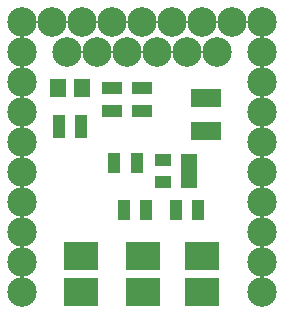
<source format=gbr>
G04 #@! TF.FileFunction,Soldermask,Top*
%FSLAX46Y46*%
G04 Gerber Fmt 4.6, Leading zero omitted, Abs format (unit mm)*
G04 Created by KiCad (PCBNEW 4.0.6) date 09/05/17 06:11:10*
%MOMM*%
%LPD*%
G01*
G04 APERTURE LIST*
%ADD10C,0.100000*%
%ADD11C,2.500000*%
%ADD12R,2.900000X2.350000*%
%ADD13R,1.050000X0.800000*%
%ADD14R,1.400000X1.650000*%
%ADD15R,1.100000X1.700000*%
%ADD16R,1.700000X1.100000*%
%ADD17R,2.600000X1.600000*%
%ADD18R,1.460000X1.050000*%
G04 APERTURE END LIST*
D10*
D11*
X157761000Y-67845000D03*
X155221000Y-67845000D03*
X152681000Y-67845000D03*
X150141000Y-67845000D03*
X147601000Y-67845000D03*
X145061000Y-67845000D03*
D12*
X156561000Y-85110000D03*
X156561000Y-88160000D03*
D13*
X144401000Y-73505000D03*
X144401000Y-74805000D03*
X146301000Y-74155000D03*
X144401000Y-74155000D03*
X146301000Y-74805000D03*
X146301000Y-73505000D03*
D11*
X161571000Y-67845000D03*
X161571000Y-70385000D03*
X161571000Y-72925000D03*
X161571000Y-75465000D03*
X161571000Y-78005000D03*
X161571000Y-80545000D03*
X161571000Y-83085000D03*
X161571000Y-85625000D03*
X161571000Y-88165000D03*
X161571000Y-65305000D03*
X159031000Y-65305000D03*
X156491000Y-65305000D03*
X153951000Y-65305000D03*
X151411000Y-65305000D03*
X148871000Y-65305000D03*
X146331000Y-65305000D03*
X143791000Y-65305000D03*
X141251000Y-65305000D03*
X141251000Y-67845000D03*
X141251000Y-70385000D03*
X141251000Y-72925000D03*
X141251000Y-75465000D03*
X141251000Y-78005000D03*
X141251000Y-80545000D03*
X141251000Y-83085000D03*
X141251000Y-85625000D03*
X141251000Y-88165000D03*
D12*
X151541000Y-85120000D03*
X151541000Y-88170000D03*
X146321000Y-85120000D03*
X146321000Y-88170000D03*
D14*
X146341000Y-70925000D03*
X144341000Y-70925000D03*
D15*
X156211000Y-81245000D03*
X154311000Y-81245000D03*
X151791000Y-81245000D03*
X149891000Y-81245000D03*
X149091000Y-77225000D03*
X150991000Y-77225000D03*
D16*
X151471000Y-72855000D03*
X151471000Y-70955000D03*
X148891000Y-72845000D03*
X148891000Y-70945000D03*
D17*
X156831000Y-74575000D03*
X156831000Y-71775000D03*
D18*
X155391000Y-78885000D03*
X155391000Y-77935000D03*
X155391000Y-76985000D03*
X153191000Y-76985000D03*
X153191000Y-78885000D03*
M02*

</source>
